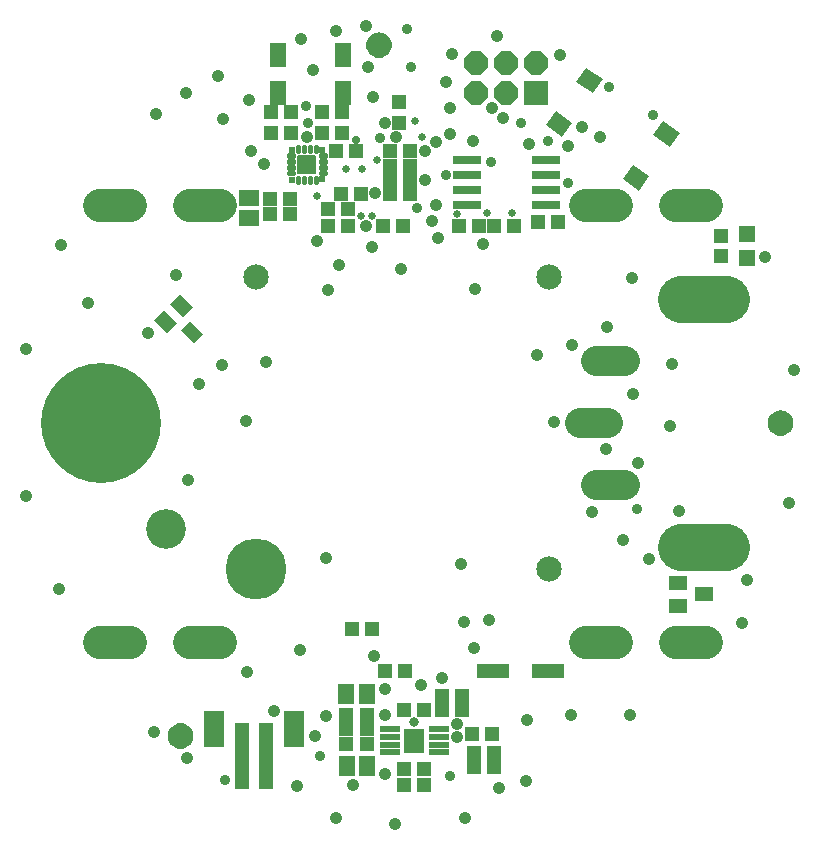
<source format=gts>
G75*
%MOIN*%
%OFA0B0*%
%FSLAX24Y24*%
%IPPOS*%
%LPD*%
%AMOC8*
5,1,8,0,0,1.08239X$1,22.5*
%
%ADD10C,0.1320*%
%ADD11C,0.0162*%
%ADD12R,0.0194X0.0194*%
%ADD13C,0.0050*%
%ADD14R,0.0493X0.0454*%
%ADD15R,0.0454X0.0493*%
%ADD16C,0.3997*%
%ADD17C,0.1005*%
%ADD18C,0.1562*%
%ADD19R,0.0930X0.0300*%
%ADD20R,0.0800X0.0800*%
%ADD21OC8,0.0800*%
%ADD22R,0.0651X0.0572*%
%ADD23R,0.0454X0.0611*%
%ADD24C,0.1110*%
%ADD25R,0.0572X0.0651*%
%ADD26R,0.0454X0.2225*%
%ADD27R,0.0690X0.1241*%
%ADD28R,0.0670X0.0572*%
%ADD29R,0.1084X0.0454*%
%ADD30R,0.0572X0.0808*%
%ADD31R,0.0611X0.0454*%
%ADD32C,0.0847*%
%ADD33C,0.2029*%
%ADD34R,0.0690X0.0217*%
%ADD35R,0.0678X0.0804*%
%ADD36R,0.0532X0.0532*%
%ADD37C,0.0357*%
%ADD38C,0.0414*%
%ADD39C,0.0260*%
%ADD40C,0.0278*%
%ADD41C,0.0317*%
D10*
X006086Y010416D03*
D11*
X010471Y021987D02*
X010479Y021987D01*
X010471Y021987D02*
X010471Y022125D01*
X010479Y022125D01*
X010479Y021987D01*
X010668Y021987D02*
X010676Y021987D01*
X010668Y021987D02*
X010668Y022125D01*
X010676Y022125D01*
X010676Y021987D01*
X010865Y021987D02*
X010873Y021987D01*
X010865Y021987D02*
X010865Y022125D01*
X010873Y022125D01*
X010873Y021987D01*
X011062Y021987D02*
X011070Y021987D01*
X011062Y021987D02*
X011062Y022125D01*
X011070Y022125D01*
X011070Y021987D01*
X011227Y022282D02*
X011227Y022290D01*
X011365Y022290D01*
X011365Y022282D01*
X011227Y022282D01*
X011227Y022479D02*
X011227Y022487D01*
X011365Y022487D01*
X011365Y022479D01*
X011227Y022479D01*
X011227Y022676D02*
X011227Y022684D01*
X011365Y022684D01*
X011365Y022676D01*
X011227Y022676D01*
X011227Y022873D02*
X011227Y022881D01*
X011365Y022881D01*
X011365Y022873D01*
X011227Y022873D01*
X011070Y023176D02*
X011062Y023176D01*
X011070Y023176D02*
X011070Y023038D01*
X011062Y023038D01*
X011062Y023176D01*
X010873Y023176D02*
X010865Y023176D01*
X010873Y023176D02*
X010873Y023038D01*
X010865Y023038D01*
X010865Y023176D01*
X010676Y023176D02*
X010668Y023176D01*
X010676Y023176D02*
X010676Y023038D01*
X010668Y023038D01*
X010668Y023176D01*
X010479Y023176D02*
X010471Y023176D01*
X010479Y023176D02*
X010479Y023038D01*
X010471Y023038D01*
X010471Y023176D01*
X010314Y022881D02*
X010314Y022873D01*
X010176Y022873D01*
X010176Y022881D01*
X010314Y022881D01*
X010314Y022684D02*
X010314Y022676D01*
X010176Y022676D01*
X010176Y022684D01*
X010314Y022684D01*
X010314Y022487D02*
X010314Y022479D01*
X010176Y022479D01*
X010176Y022487D01*
X010314Y022487D01*
X010314Y022290D02*
X010314Y022282D01*
X010176Y022282D01*
X010176Y022290D01*
X010314Y022290D01*
D12*
X010273Y022080D03*
X011269Y022084D03*
X011269Y023080D03*
X010273Y023080D03*
D13*
X010483Y022869D02*
X010483Y022294D01*
X011058Y022294D01*
X011058Y022869D01*
X010483Y022869D01*
X010483Y022830D02*
X011058Y022830D01*
X011058Y022781D02*
X010483Y022781D01*
X010483Y022733D02*
X011058Y022733D01*
X011058Y022684D02*
X010483Y022684D01*
X010483Y022636D02*
X011058Y022636D01*
X011058Y022587D02*
X010483Y022587D01*
X010483Y022539D02*
X011058Y022539D01*
X011058Y022490D02*
X010483Y022490D01*
X010483Y022442D02*
X011058Y022442D01*
X011058Y022393D02*
X010483Y022393D01*
X010483Y022345D02*
X011058Y022345D01*
X011058Y022296D02*
X010483Y022296D01*
X012975Y026217D02*
X013037Y026188D01*
X013104Y026170D01*
X013172Y026164D01*
X013240Y026170D01*
X013307Y026188D01*
X013369Y026217D01*
X013425Y026256D01*
X013474Y026305D01*
X013513Y026361D01*
X013542Y026423D01*
X013560Y026490D01*
X013566Y026558D01*
X013560Y026626D01*
X013542Y026693D01*
X013513Y026755D01*
X013474Y026811D01*
X013425Y026860D01*
X013369Y026899D01*
X013307Y026928D01*
X013240Y026946D01*
X013172Y026952D01*
X013104Y026946D01*
X013037Y026928D01*
X012975Y026899D01*
X012919Y026860D01*
X012871Y026811D01*
X012831Y026755D01*
X012802Y026693D01*
X012784Y026626D01*
X012778Y026558D01*
X012784Y026490D01*
X012802Y026423D01*
X012831Y026361D01*
X012871Y026305D01*
X012919Y026256D01*
X012975Y026217D01*
X012964Y026225D02*
X013380Y026225D01*
X013442Y026273D02*
X012902Y026273D01*
X012859Y026322D02*
X013485Y026322D01*
X013517Y026370D02*
X012827Y026370D01*
X012804Y026419D02*
X013540Y026419D01*
X013554Y026467D02*
X012790Y026467D01*
X012782Y026516D02*
X013562Y026516D01*
X013565Y026564D02*
X012779Y026564D01*
X012783Y026613D02*
X013561Y026613D01*
X013551Y026661D02*
X012794Y026661D01*
X012810Y026710D02*
X013534Y026710D01*
X013511Y026758D02*
X012834Y026758D01*
X012867Y026807D02*
X013477Y026807D01*
X013430Y026855D02*
X012915Y026855D01*
X012985Y026904D02*
X013359Y026904D01*
X013263Y026176D02*
X013082Y026176D01*
X026256Y014213D02*
X026217Y014156D01*
X026188Y014094D01*
X026170Y014028D01*
X026164Y013960D01*
X026170Y013891D01*
X026188Y013825D01*
X026217Y013763D01*
X026256Y013706D01*
X026305Y013658D01*
X026361Y013619D01*
X026423Y013590D01*
X026490Y013572D01*
X026558Y013566D01*
X026626Y013572D01*
X026693Y013590D01*
X026755Y013619D01*
X026811Y013658D01*
X026860Y013706D01*
X026899Y013763D01*
X026928Y013825D01*
X026946Y013891D01*
X026952Y013960D01*
X026946Y014028D01*
X026928Y014094D01*
X026899Y014156D01*
X026860Y014213D01*
X026811Y014261D01*
X026755Y014300D01*
X026693Y014329D01*
X026626Y014347D01*
X026558Y014353D01*
X026490Y014347D01*
X026423Y014329D01*
X026361Y014300D01*
X026305Y014261D01*
X026256Y014213D01*
X026245Y014197D02*
X026871Y014197D01*
X026903Y014148D02*
X026213Y014148D01*
X026191Y014100D02*
X026925Y014100D01*
X026939Y014051D02*
X026176Y014051D01*
X026168Y014003D02*
X026948Y014003D01*
X026951Y013954D02*
X026165Y013954D01*
X026169Y013906D02*
X026947Y013906D01*
X026937Y013857D02*
X026179Y013857D01*
X026196Y013809D02*
X026920Y013809D01*
X026897Y013760D02*
X026219Y013760D01*
X026253Y013712D02*
X026863Y013712D01*
X026816Y013663D02*
X026300Y013663D01*
X026370Y013615D02*
X026746Y013615D01*
X026561Y013566D02*
X026555Y013566D01*
X026289Y014245D02*
X026827Y014245D01*
X026765Y014294D02*
X026351Y014294D01*
X026470Y014342D02*
X026646Y014342D01*
X006899Y003723D02*
X006860Y003780D01*
X006811Y003828D01*
X006755Y003867D01*
X006693Y003896D01*
X006626Y003914D01*
X006558Y003920D01*
X006490Y003914D01*
X006423Y003896D01*
X006361Y003867D01*
X006305Y003828D01*
X006256Y003780D01*
X006217Y003723D01*
X006188Y003661D01*
X006170Y003595D01*
X006164Y003526D01*
X006170Y003458D01*
X006188Y003392D01*
X006217Y003330D01*
X006256Y003273D01*
X006305Y003225D01*
X006361Y003186D01*
X006423Y003156D01*
X006490Y003139D01*
X006558Y003133D01*
X006626Y003139D01*
X006693Y003156D01*
X006755Y003186D01*
X006811Y003225D01*
X006860Y003273D01*
X006899Y003330D01*
X006928Y003392D01*
X006946Y003458D01*
X006952Y003526D01*
X006946Y003595D01*
X006928Y003661D01*
X006899Y003723D01*
X006900Y003721D02*
X006216Y003721D01*
X006193Y003672D02*
X006923Y003672D01*
X006938Y003624D02*
X006178Y003624D01*
X006169Y003575D02*
X006947Y003575D01*
X006952Y003527D02*
X006164Y003527D01*
X006168Y003478D02*
X006947Y003478D01*
X006938Y003430D02*
X006178Y003430D01*
X006193Y003381D02*
X006923Y003381D01*
X006900Y003333D02*
X006216Y003333D01*
X006249Y003284D02*
X006867Y003284D01*
X006822Y003236D02*
X006294Y003236D01*
X006359Y003187D02*
X006757Y003187D01*
X006624Y003139D02*
X006492Y003139D01*
X006249Y003769D02*
X006867Y003769D01*
X006822Y003818D02*
X006294Y003818D01*
X006359Y003866D02*
X006757Y003866D01*
X006622Y003915D02*
X006494Y003915D01*
D14*
X012089Y003763D03*
X012089Y004235D03*
X012759Y004235D03*
X012759Y003763D03*
X012759Y003251D03*
X012089Y003251D03*
X014019Y002424D03*
X014019Y001912D03*
X014688Y001912D03*
X014688Y002424D03*
X016341Y002503D03*
X016341Y002975D03*
X016263Y003605D03*
X016932Y003605D03*
X017011Y002975D03*
X017011Y002503D03*
X015948Y004393D03*
X015948Y004865D03*
X015278Y004865D03*
X015278Y004393D03*
X014688Y004393D03*
X014019Y004393D03*
X014058Y005692D03*
X013389Y005692D03*
X012956Y007109D03*
X012286Y007109D03*
X012129Y020534D03*
X012129Y021086D03*
X011893Y021597D03*
X012562Y021597D03*
X013546Y021597D03*
X013546Y022070D03*
X013546Y022542D03*
X013546Y023015D03*
X014215Y023015D03*
X014215Y022542D03*
X014215Y022070D03*
X014215Y021597D03*
X013979Y020534D03*
X013310Y020534D03*
X011460Y020534D03*
X011460Y021086D03*
X010200Y020928D03*
X010200Y021440D03*
X009530Y021440D03*
X009530Y020928D03*
X011751Y023026D03*
X011936Y023645D03*
X012420Y023026D03*
X011267Y023645D03*
X011263Y024314D03*
X011932Y024314D03*
X010239Y024314D03*
X009570Y024314D03*
X009570Y023645D03*
X010239Y023645D03*
X015830Y020534D03*
X016499Y020534D03*
X017011Y020534D03*
X017680Y020534D03*
X018467Y020652D03*
X019137Y020652D03*
D15*
X013841Y023979D03*
X013841Y024649D03*
X024589Y020200D03*
X024589Y019530D03*
D16*
X003920Y013960D03*
D17*
X019865Y013960D02*
X020810Y013960D01*
X020420Y016026D02*
X021365Y016026D01*
X021365Y011893D02*
X020420Y011893D01*
D18*
X023248Y009826D02*
X024750Y009826D01*
X024750Y018093D02*
X023248Y018093D01*
D19*
X018754Y021241D03*
X018754Y021741D03*
X018754Y022241D03*
X018754Y022741D03*
X016104Y022741D03*
X016104Y022241D03*
X016104Y021741D03*
X016104Y021241D03*
D20*
X018424Y024956D03*
D21*
X018424Y025956D03*
X017424Y025956D03*
X016424Y025956D03*
X016424Y024956D03*
X017424Y024956D03*
D22*
X008841Y021460D03*
X008841Y020790D03*
D23*
G36*
X006219Y017932D02*
X006540Y018253D01*
X006971Y017822D01*
X006650Y017501D01*
X006219Y017932D01*
G37*
G36*
X005690Y017403D02*
X006011Y017724D01*
X006442Y017293D01*
X006121Y016972D01*
X005690Y017403D01*
G37*
G36*
X006567Y017055D02*
X006888Y017376D01*
X007319Y016945D01*
X006998Y016624D01*
X006567Y017055D01*
G37*
D24*
X006835Y021243D02*
X007885Y021243D01*
X004885Y021243D02*
X003835Y021243D01*
X003835Y006676D02*
X004885Y006676D01*
X006835Y006676D02*
X007885Y006676D01*
X020035Y006676D02*
X021085Y006676D01*
X023035Y006676D02*
X024085Y006676D01*
X024085Y021243D02*
X023035Y021243D01*
X021085Y021243D02*
X020035Y021243D01*
D25*
X012759Y004944D03*
X012089Y004944D03*
X012093Y002519D03*
X012763Y002519D03*
D26*
X009393Y002877D03*
X008605Y002877D03*
D27*
X007660Y003763D03*
X010337Y003763D03*
D28*
G36*
X021851Y021713D02*
X021303Y022097D01*
X021631Y022565D01*
X022179Y022181D01*
X021851Y021713D01*
G37*
G36*
X022867Y023165D02*
X022319Y023549D01*
X022647Y024017D01*
X023195Y023633D01*
X022867Y023165D01*
G37*
G36*
X020304Y024960D02*
X019756Y025344D01*
X020084Y025812D01*
X020632Y025428D01*
X020304Y024960D01*
G37*
G36*
X019287Y023509D02*
X018739Y023893D01*
X019067Y024361D01*
X019615Y023977D01*
X019287Y023509D01*
G37*
D29*
X018802Y005692D03*
X016991Y005692D03*
D30*
X011971Y024975D03*
X011971Y026235D03*
X009806Y026235D03*
X009806Y024975D03*
D31*
X023133Y008625D03*
X023133Y007877D03*
X023999Y008251D03*
D32*
X018830Y009090D03*
X018830Y018830D03*
X009090Y018830D03*
D33*
X009090Y009090D03*
D34*
X013526Y003753D03*
X013526Y003497D03*
X013526Y003241D03*
X013526Y002985D03*
X015180Y002985D03*
X015180Y003241D03*
X015180Y003497D03*
X015180Y003753D03*
D35*
X014353Y003369D03*
D36*
X025456Y019452D03*
X025456Y020278D03*
D37*
X022306Y024215D03*
X020849Y025160D03*
X018802Y023349D03*
X017924Y023975D03*
X016912Y022680D03*
X015416Y022227D03*
X014432Y021125D03*
X013215Y023463D03*
X010802Y023956D03*
X010731Y024515D03*
X014117Y027089D03*
X014247Y025830D03*
X019471Y021952D03*
X021759Y011109D03*
X015534Y002188D03*
X011204Y002877D03*
X008054Y002070D03*
D38*
X005692Y003664D03*
X006790Y002802D03*
X009668Y004353D03*
X008763Y005652D03*
X010554Y006400D03*
X011420Y004188D03*
X011030Y003542D03*
X010456Y001873D03*
X011755Y000798D03*
X012306Y001912D03*
X013369Y002267D03*
X013723Y000613D03*
X016058Y000782D03*
X017168Y001794D03*
X018074Y002030D03*
X018113Y004078D03*
X019570Y004235D03*
X021538Y004235D03*
X025278Y007306D03*
X025436Y008743D03*
X026853Y011282D03*
X023164Y011015D03*
X022188Y009432D03*
X021322Y010062D03*
X020274Y010987D03*
X021814Y012621D03*
X020751Y013093D03*
X018999Y014007D03*
X018428Y016243D03*
X019605Y016562D03*
X020790Y017149D03*
X021617Y018802D03*
X022936Y015928D03*
X021656Y014944D03*
X022865Y013853D03*
X027011Y015731D03*
X026026Y019511D03*
X020534Y023487D03*
X019944Y023818D03*
X019471Y023211D03*
X018172Y023251D03*
X017306Y024117D03*
X016928Y024448D03*
X016322Y023349D03*
X015534Y023586D03*
X015062Y023330D03*
X014708Y023015D03*
X014708Y022070D03*
X015064Y021241D03*
X014944Y020692D03*
X015141Y020121D03*
X013920Y019097D03*
X012956Y019826D03*
X012739Y020534D03*
X013054Y021617D03*
X013731Y023487D03*
X013369Y023960D03*
X012971Y024830D03*
X012818Y025818D03*
X011731Y027019D03*
X012747Y027204D03*
X010991Y025719D03*
X010578Y026751D03*
X008834Y024747D03*
X007989Y024111D03*
X008924Y023015D03*
X009353Y022582D03*
X010771Y023487D03*
X007802Y025530D03*
X006755Y024963D03*
X005731Y024255D03*
X002582Y019885D03*
X003487Y017956D03*
X005475Y016952D03*
X007168Y015259D03*
X007956Y015889D03*
X009393Y015987D03*
X008743Y014038D03*
X006794Y012070D03*
X011420Y009471D03*
X013011Y006184D03*
X013369Y005101D03*
X013369Y004235D03*
X014589Y005235D03*
X015278Y005475D03*
X016341Y006479D03*
X016007Y007345D03*
X016834Y007385D03*
X015908Y009274D03*
X015790Y003920D03*
X015771Y003487D03*
X002503Y008428D03*
X001400Y011538D03*
X001400Y016420D03*
X006420Y018881D03*
X011105Y020023D03*
X011853Y019235D03*
X011479Y018389D03*
X016361Y018428D03*
X016637Y019924D03*
X015534Y024452D03*
X015416Y025318D03*
X015613Y026263D03*
X017109Y026853D03*
X019196Y026223D03*
D39*
X014609Y023487D03*
X014373Y024038D03*
X013113Y022739D03*
X012601Y022424D03*
X012089Y022424D03*
X011105Y021519D03*
X010913Y022444D03*
X010908Y022719D03*
X010633Y022719D03*
X010633Y022444D03*
X012562Y020849D03*
X012956Y020849D03*
X015790Y020928D03*
X016774Y020967D03*
X017601Y020967D03*
D40*
X012424Y023408D03*
D41*
X014334Y003999D03*
M02*

</source>
